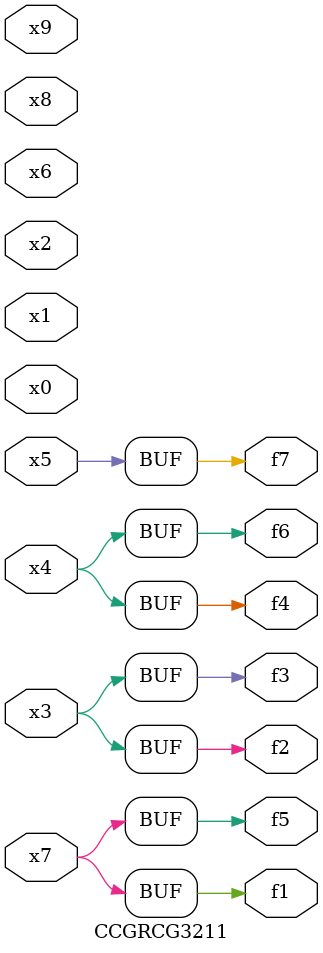
<source format=v>
module CCGRCG3211(
	input x0, x1, x2, x3, x4, x5, x6, x7, x8, x9,
	output f1, f2, f3, f4, f5, f6, f7
);
	assign f1 = x7;
	assign f2 = x3;
	assign f3 = x3;
	assign f4 = x4;
	assign f5 = x7;
	assign f6 = x4;
	assign f7 = x5;
endmodule

</source>
